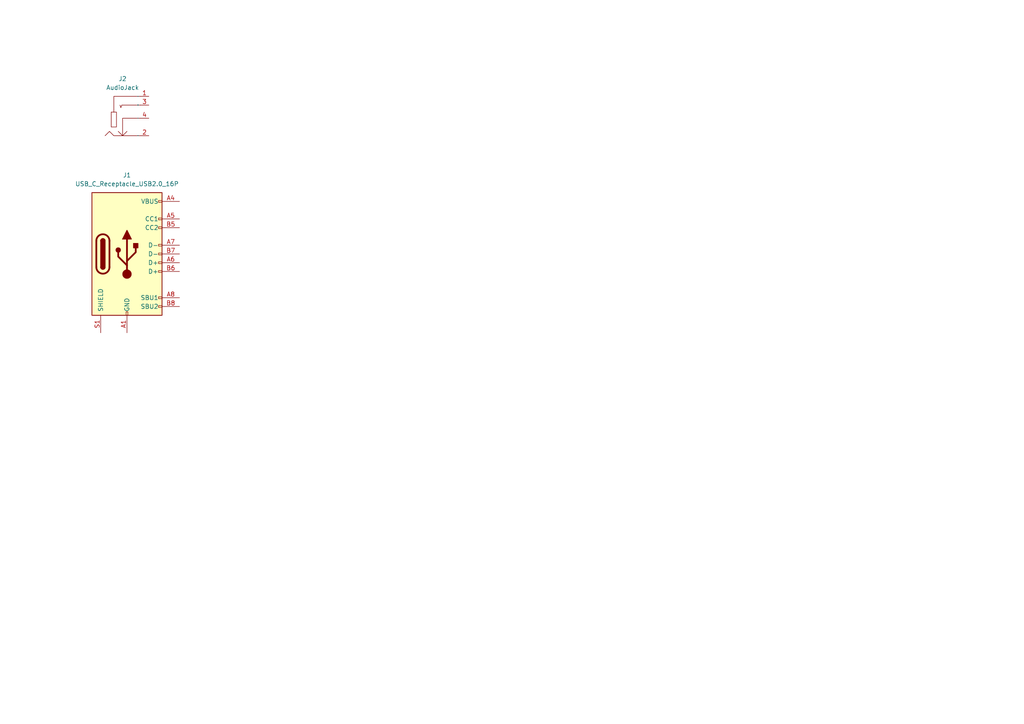
<source format=kicad_sch>
(kicad_sch (version 20250114) (generator "eeschema") (generator_version "9.0")
  (paper "A4")
  (lib_symbols
    (symbol "Connector:USB_C_Receptacle_USB2.0_16P" (pin_names (offset 1.016))
      (property "Reference" "J" (at 0 22.225 0))
      (property "Value" "USB_C_Receptacle_USB2.0_16P" (at 0 19.685 0))
      (symbol "USB_C_Receptacle_USB2.0_16P_0_0"
        (rectangle (start -0.254 -17.78) (end 0.254 -16.764))
        (rectangle (start 10.16 15.494) (end 9.144 14.986))
        (rectangle (start 10.16 10.414) (end 9.144 9.906))
        (rectangle (start 10.16 7.874) (end 9.144 7.366))
        (rectangle (start 10.16 2.794) (end 9.144 2.286))
        (rectangle (start 10.16 0.254) (end 9.144 -0.254))
        (rectangle (start 10.16 -2.286) (end 9.144 -2.794))
        (rectangle (start 10.16 -4.826) (end 9.144 -5.334))
        (rectangle (start 10.16 -12.446) (end 9.144 -12.954))
        (rectangle (start 10.16 -14.986) (end 9.144 -15.494))
      )
      (symbol "USB_C_Receptacle_USB2.0_16P_0_1"
        (rectangle (start -10.16 17.78) (end 10.16 -17.78) (stroke (width 0.254)) (fill (type background)))
        (polyline (pts (xy -8.89 -3.81) (xy -8.89 3.81)) (stroke (width 0.508)))
        (rectangle (start -7.62 -3.81) (end -6.35 3.81) (stroke (width 0.254)) (fill (type outline)))
        (arc (start -7.62 3.81) (mid -6.985 4.4423) (end -6.35 3.81) (stroke (width 0.254)))
        (arc (start -7.62 3.81) (mid -6.985 4.4423) (end -6.35 3.81) (stroke (width 0.254)) (fill (type outline)))
        (arc (start -8.89 3.81) (mid -6.985 5.7067) (end -5.08 3.81) (stroke (width 0.508)))
        (arc (start -5.08 -3.81) (mid -6.985 -5.7067) (end -8.89 -3.81) (stroke (width 0.508)))
        (arc (start -6.35 -3.81) (mid -6.985 -4.4423) (end -7.62 -3.81) (stroke (width 0.254)))
        (arc (start -6.35 -3.81) (mid -6.985 -4.4423) (end -7.62 -3.81) (stroke (width 0.254)) (fill (type outline)))
        (polyline (pts (xy -5.08 3.81) (xy -5.08 -3.81)) (stroke (width 0.508)))
        (circle (center -2.54 1.143) (radius 0.635) (stroke (width 0.254)) (fill (type outline)))
        (polyline (pts (xy -1.27 4.318) (xy 0 6.858) (xy 1.27 4.318) (xy -1.27 4.318)) (stroke (width 0.254)) (fill (type outline)))
        (polyline (pts (xy 0 -2.032) (xy 2.54 0.508) (xy 2.54 1.778)) (stroke (width 0.508)))
        (polyline (pts (xy 0 -3.302) (xy -2.54 -0.762) (xy -2.54 0.508)) (stroke (width 0.508)))
        (polyline (pts (xy 0 -5.842) (xy 0 4.318)) (stroke (width 0.508)))
        (circle (center 0 -5.842) (radius 1.27) (fill (type outline)))
        (rectangle (start 1.905 1.778) (end 3.175 3.048) (stroke (width 0.254)) (fill (type outline)))
      )
      (symbol "USB_C_Receptacle_USB2.0_16P_1_1"
        (pin passive line (at -7.62 -22.86 90) (length 5.08) (name "SHIELD") (number "S1"))
        (pin passive line (at 0 -22.86 90) (length 5.08) (name "GND") (number "A1"))
        (pin passive line (at 0 -22.86 90) (length 5.08) (hide yes) (name "GND") (number "A12"))
        (pin passive line (at 0 -22.86 90) (length 5.08) (hide yes) (name "GND") (number "B1"))
        (pin passive line (at 0 -22.86 90) (length 5.08) (hide yes) (name "GND") (number "B12"))
        (pin passive line (at 15.24 15.24 180) (length 5.08) (name "VBUS") (number "A4"))
        (pin passive line (at 15.24 15.24 180) (length 5.08) (hide yes) (name "VBUS") (number "A9"))
        (pin passive line (at 15.24 15.24 180) (length 5.08) (hide yes) (name "VBUS") (number "B4"))
        (pin passive line (at 15.24 15.24 180) (length 5.08) (hide yes) (name "VBUS") (number "B9"))
        (pin bidirectional line (at 15.24 10.16 180) (length 5.08) (name "CC1") (number "A5"))
        (pin bidirectional line (at 15.24 7.62 180) (length 5.08) (name "CC2") (number "B5"))
        (pin bidirectional line (at 15.24 2.54 180) (length 5.08) (name "D-") (number "A7"))
        (pin bidirectional line (at 15.24 0 180) (length 5.08) (name "D-") (number "B7"))
        (pin bidirectional line (at 15.24 -2.54 180) (length 5.08) (name "D+") (number "A6"))
        (pin bidirectional line (at 15.24 -5.08 180) (length 5.08) (name "D+") (number "B6"))
        (pin bidirectional line (at 15.24 -12.7 180) (length 5.08) (name "SBU1") (number "A8"))
        (pin bidirectional line (at 15.24 -15.24 180) (length 5.08) (name "SBU2") (number "B8"))
      )
    )
    (symbol "EasyEDA_Lib:SJ-3523-SMT-TR"
      (property "Reference" "J" (at 0 0 0))
      (symbol "SJ-3523-SMT-TR_1_0"
        (rectangle (start -5.842 -2.54) (end -4.318 1.778))
        (polyline (pts (xy -5.08 1.778) (xy -5.08 6.35) (xy -5.08 6.35) (xy 2.54 6.35)))
        (polyline (pts (xy -2.54 -5.08) (xy -3.81 -3.81) (xy -3.81 -3.81) (xy -2.54 -5.08) (xy -2.54 -5.08) (xy -1.27 -3.81)))
        (polyline (pts (xy 2.54 3.81) (xy -2.794 3.81) (xy -2.794 3.81) (xy -3.048 3.048) (xy -3.048 3.048) (xy -3.302 3.81)))
        (polyline (pts (xy 2.54 0) (xy -2.54 0) (xy -2.54 0) (xy -2.54 -5.08)))
        (polyline (pts (xy 2.54 -5.08) (xy -5.08 -5.08) (xy -5.08 -5.08) (xy -6.35 -3.81) (xy -6.35 -3.81) (xy -7.62 -5.08)))
        (pin unspecified line (at 5.08 6.35 180) (length 2.54) (name "1") (number "1"))
        (pin unspecified line (at 5.08 3.81 180) (length 2.54) (name "3") (number "3"))
        (pin unspecified line (at 5.08 0 180) (length 2.54) (name "4") (number "4"))
        (pin unspecified line (at 5.08 -5.08 180) (length 2.54) (name "2") (number "2"))
      )
    )
  )
  (symbol (lib_id "Connector:USB_C_Receptacle_USB2.0_16P") (at 36.83 73.66 0) (unit 1)
    (property "Reference" "J1" (at 36.83 50.8 0))
    (property "Value" "USB_C_Receptacle_USB2.0_16P" (at 36.83 53.34 0))
    (property "Footprint" "Connector_USB:USB_C_Receptacle_Palconn_UTC16-G" (effects (hide yes)))
    (property "Datasheet" "https://www.usb.org/sites/default/files/documents/usb_type-c.zip" (effects (hide yes)))
    (property "Description" "USB 2.0-only 16P Type-C Receptacle connector" (effects (hide yes)))
  )
  (symbol (lib_id "EasyEDA_Lib:SJ-3523-SMT-TR") (at 38.1 34.29 0) (unit 1)
    (property "Reference" "J2" (at 35.56 22.86 0))
    (property "Value" "AudioJack" (at 35.56 25.4 0))
    (property "Footprint" "EasyEDA_Lib:AUDIO-SMD_SJ-3524-SMT-TR-BE" (effects (hide yes)))
    (property "Manufacturer Part" "SJ-3523-SMT-TR" (effects (hide yes)))
    (property "Supplier Part" "C9900001186" (effects (hide yes)))
    (property "Supplier" "LCSC" (effects (hide yes)))
    (property "LCSC Part Name" "SJ-3523-SMT-TR" (effects (hide yes)))
  )
)
</source>
